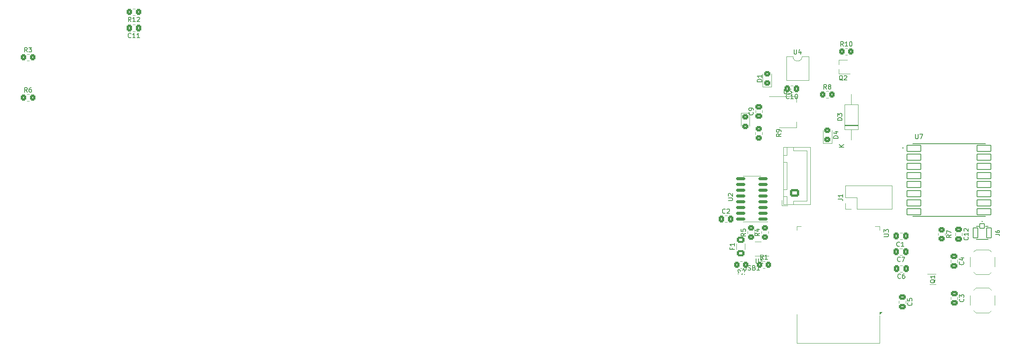
<source format=gbr>
%TF.GenerationSoftware,KiCad,Pcbnew,8.0.2*%
%TF.CreationDate,2024-05-29T12:03:12+02:00*%
%TF.ProjectId,IOT_ESP32,494f545f-4553-4503-9332-2e6b69636164,rev?*%
%TF.SameCoordinates,Original*%
%TF.FileFunction,Legend,Top*%
%TF.FilePolarity,Positive*%
%FSLAX46Y46*%
G04 Gerber Fmt 4.6, Leading zero omitted, Abs format (unit mm)*
G04 Created by KiCad (PCBNEW 8.0.2) date 2024-05-29 12:03:12*
%MOMM*%
%LPD*%
G01*
G04 APERTURE LIST*
G04 Aperture macros list*
%AMRoundRect*
0 Rectangle with rounded corners*
0 $1 Rounding radius*
0 $2 $3 $4 $5 $6 $7 $8 $9 X,Y pos of 4 corners*
0 Add a 4 corners polygon primitive as box body*
4,1,4,$2,$3,$4,$5,$6,$7,$8,$9,$2,$3,0*
0 Add four circle primitives for the rounded corners*
1,1,$1+$1,$2,$3*
1,1,$1+$1,$4,$5*
1,1,$1+$1,$6,$7*
1,1,$1+$1,$8,$9*
0 Add four rect primitives between the rounded corners*
20,1,$1+$1,$2,$3,$4,$5,0*
20,1,$1+$1,$4,$5,$6,$7,0*
20,1,$1+$1,$6,$7,$8,$9,0*
20,1,$1+$1,$8,$9,$2,$3,0*%
G04 Aperture macros list end*
%ADD10C,0.150000*%
%ADD11C,0.120000*%
%ADD12C,0.127000*%
%ADD13C,0.200000*%
%ADD14RoundRect,0.250000X0.337500X0.475000X-0.337500X0.475000X-0.337500X-0.475000X0.337500X-0.475000X0*%
%ADD15R,1.700000X1.000000*%
%ADD16R,1.700000X0.600000*%
%ADD17RoundRect,0.250000X-0.475000X0.337500X-0.475000X-0.337500X0.475000X-0.337500X0.475000X0.337500X0*%
%ADD18R,2.000000X1.780000*%
%ADD19RoundRect,0.250000X-0.350000X-0.450000X0.350000X-0.450000X0.350000X0.450000X-0.350000X0.450000X0*%
%ADD20R,1.500000X0.900000*%
%ADD21R,0.900000X1.500000*%
%ADD22C,0.600000*%
%ADD23R,4.200000X4.200000*%
%ADD24RoundRect,0.250000X0.450000X-0.325000X0.450000X0.325000X-0.450000X0.325000X-0.450000X-0.325000X0*%
%ADD25RoundRect,0.250000X-0.450000X0.325000X-0.450000X-0.325000X0.450000X-0.325000X0.450000X0.325000X0*%
%ADD26C,0.650000*%
%ADD27R,0.600000X2.450000*%
%ADD28R,0.300000X2.450000*%
%ADD29RoundRect,0.250000X0.450000X-0.350000X0.450000X0.350000X-0.450000X0.350000X-0.450000X-0.350000X0*%
%ADD30RoundRect,0.250000X0.475000X-0.337500X0.475000X0.337500X-0.475000X0.337500X-0.475000X-0.337500X0*%
%ADD31RoundRect,0.250000X-0.450000X0.350000X-0.450000X-0.350000X0.450000X-0.350000X0.450000X0.350000X0*%
%ADD32RoundRect,0.150000X0.825000X0.150000X-0.825000X0.150000X-0.825000X-0.150000X0.825000X-0.150000X0*%
%ADD33RoundRect,0.250000X0.350000X0.450000X-0.350000X0.450000X-0.350000X-0.450000X0.350000X-0.450000X0*%
%ADD34R,1.500000X0.400000*%
%ADD35RoundRect,0.250001X0.624999X-0.462499X0.624999X0.462499X-0.624999X0.462499X-0.624999X-0.462499X0*%
%ADD36R,2.200000X2.200000*%
%ADD37O,2.200000X2.200000*%
%ADD38RoundRect,0.250000X0.725000X-0.600000X0.725000X0.600000X-0.725000X0.600000X-0.725000X-0.600000X0*%
%ADD39O,1.950000X1.700000*%
%ADD40R,2.000000X1.500000*%
%ADD41R,2.000000X3.800000*%
%ADD42R,2.000000X0.650000*%
%ADD43RoundRect,0.102000X-1.500000X-0.700000X1.500000X-0.700000X1.500000X0.700000X-1.500000X0.700000X0*%
%ADD44RoundRect,0.102000X-0.500000X0.525000X-0.500000X-0.525000X0.500000X-0.525000X0.500000X0.525000X0*%
%ADD45RoundRect,0.102000X0.525000X1.100000X-0.525000X1.100000X-0.525000X-1.100000X0.525000X-1.100000X0*%
%ADD46R,1.800000X1.100000*%
%ADD47R,1.700000X1.700000*%
%ADD48O,1.700000X1.700000*%
%ADD49RoundRect,0.250000X-0.337500X-0.475000X0.337500X-0.475000X0.337500X0.475000X-0.337500X0.475000X0*%
%ADD50R,2.600000X2.600000*%
%ADD51C,2.600000*%
%ADD52R,1.980000X1.980000*%
%ADD53C,1.980000*%
%ADD54C,1.935000*%
G04 APERTURE END LIST*
D10*
X-27152857Y-58239580D02*
X-27200476Y-58287200D01*
X-27200476Y-58287200D02*
X-27343333Y-58334819D01*
X-27343333Y-58334819D02*
X-27438571Y-58334819D01*
X-27438571Y-58334819D02*
X-27581428Y-58287200D01*
X-27581428Y-58287200D02*
X-27676666Y-58191961D01*
X-27676666Y-58191961D02*
X-27724285Y-58096723D01*
X-27724285Y-58096723D02*
X-27771904Y-57906247D01*
X-27771904Y-57906247D02*
X-27771904Y-57763390D01*
X-27771904Y-57763390D02*
X-27724285Y-57572914D01*
X-27724285Y-57572914D02*
X-27676666Y-57477676D01*
X-27676666Y-57477676D02*
X-27581428Y-57382438D01*
X-27581428Y-57382438D02*
X-27438571Y-57334819D01*
X-27438571Y-57334819D02*
X-27343333Y-57334819D01*
X-27343333Y-57334819D02*
X-27200476Y-57382438D01*
X-27200476Y-57382438D02*
X-27152857Y-57430057D01*
X-26200476Y-58334819D02*
X-26771904Y-58334819D01*
X-26486190Y-58334819D02*
X-26486190Y-57334819D01*
X-26486190Y-57334819D02*
X-26581428Y-57477676D01*
X-26581428Y-57477676D02*
X-26676666Y-57572914D01*
X-26676666Y-57572914D02*
X-26771904Y-57620533D01*
X-25248095Y-58334819D02*
X-25819523Y-58334819D01*
X-25533809Y-58334819D02*
X-25533809Y-57334819D01*
X-25533809Y-57334819D02*
X-25629047Y-57477676D01*
X-25629047Y-57477676D02*
X-25724285Y-57572914D01*
X-25724285Y-57572914D02*
X-25819523Y-57620533D01*
X142103333Y-111269580D02*
X142055714Y-111317200D01*
X142055714Y-111317200D02*
X141912857Y-111364819D01*
X141912857Y-111364819D02*
X141817619Y-111364819D01*
X141817619Y-111364819D02*
X141674762Y-111317200D01*
X141674762Y-111317200D02*
X141579524Y-111221961D01*
X141579524Y-111221961D02*
X141531905Y-111126723D01*
X141531905Y-111126723D02*
X141484286Y-110936247D01*
X141484286Y-110936247D02*
X141484286Y-110793390D01*
X141484286Y-110793390D02*
X141531905Y-110602914D01*
X141531905Y-110602914D02*
X141579524Y-110507676D01*
X141579524Y-110507676D02*
X141674762Y-110412438D01*
X141674762Y-110412438D02*
X141817619Y-110364819D01*
X141817619Y-110364819D02*
X141912857Y-110364819D01*
X141912857Y-110364819D02*
X142055714Y-110412438D01*
X142055714Y-110412438D02*
X142103333Y-110460057D01*
X142960476Y-110364819D02*
X142770000Y-110364819D01*
X142770000Y-110364819D02*
X142674762Y-110412438D01*
X142674762Y-110412438D02*
X142627143Y-110460057D01*
X142627143Y-110460057D02*
X142531905Y-110602914D01*
X142531905Y-110602914D02*
X142484286Y-110793390D01*
X142484286Y-110793390D02*
X142484286Y-111174342D01*
X142484286Y-111174342D02*
X142531905Y-111269580D01*
X142531905Y-111269580D02*
X142579524Y-111317200D01*
X142579524Y-111317200D02*
X142674762Y-111364819D01*
X142674762Y-111364819D02*
X142865238Y-111364819D01*
X142865238Y-111364819D02*
X142960476Y-111317200D01*
X142960476Y-111317200D02*
X143008095Y-111269580D01*
X143008095Y-111269580D02*
X143055714Y-111174342D01*
X143055714Y-111174342D02*
X143055714Y-110936247D01*
X143055714Y-110936247D02*
X143008095Y-110841009D01*
X143008095Y-110841009D02*
X142960476Y-110793390D01*
X142960476Y-110793390D02*
X142865238Y-110745771D01*
X142865238Y-110745771D02*
X142674762Y-110745771D01*
X142674762Y-110745771D02*
X142579524Y-110793390D01*
X142579524Y-110793390D02*
X142531905Y-110841009D01*
X142531905Y-110841009D02*
X142484286Y-110936247D01*
X142043333Y-107539580D02*
X141995714Y-107587200D01*
X141995714Y-107587200D02*
X141852857Y-107634819D01*
X141852857Y-107634819D02*
X141757619Y-107634819D01*
X141757619Y-107634819D02*
X141614762Y-107587200D01*
X141614762Y-107587200D02*
X141519524Y-107491961D01*
X141519524Y-107491961D02*
X141471905Y-107396723D01*
X141471905Y-107396723D02*
X141424286Y-107206247D01*
X141424286Y-107206247D02*
X141424286Y-107063390D01*
X141424286Y-107063390D02*
X141471905Y-106872914D01*
X141471905Y-106872914D02*
X141519524Y-106777676D01*
X141519524Y-106777676D02*
X141614762Y-106682438D01*
X141614762Y-106682438D02*
X141757619Y-106634819D01*
X141757619Y-106634819D02*
X141852857Y-106634819D01*
X141852857Y-106634819D02*
X141995714Y-106682438D01*
X141995714Y-106682438D02*
X142043333Y-106730057D01*
X142376667Y-106634819D02*
X143043333Y-106634819D01*
X143043333Y-106634819D02*
X142614762Y-107634819D01*
X110298095Y-107034819D02*
X110298095Y-107844342D01*
X110298095Y-107844342D02*
X110345714Y-107939580D01*
X110345714Y-107939580D02*
X110393333Y-107987200D01*
X110393333Y-107987200D02*
X110488571Y-108034819D01*
X110488571Y-108034819D02*
X110679047Y-108034819D01*
X110679047Y-108034819D02*
X110774285Y-107987200D01*
X110774285Y-107987200D02*
X110821904Y-107939580D01*
X110821904Y-107939580D02*
X110869523Y-107844342D01*
X110869523Y-107844342D02*
X110869523Y-107034819D01*
X111869523Y-108034819D02*
X111298095Y-108034819D01*
X111583809Y-108034819D02*
X111583809Y-107034819D01*
X111583809Y-107034819D02*
X111488571Y-107177676D01*
X111488571Y-107177676D02*
X111393333Y-107272914D01*
X111393333Y-107272914D02*
X111298095Y-107320533D01*
X144549580Y-116706666D02*
X144597200Y-116754285D01*
X144597200Y-116754285D02*
X144644819Y-116897142D01*
X144644819Y-116897142D02*
X144644819Y-116992380D01*
X144644819Y-116992380D02*
X144597200Y-117135237D01*
X144597200Y-117135237D02*
X144501961Y-117230475D01*
X144501961Y-117230475D02*
X144406723Y-117278094D01*
X144406723Y-117278094D02*
X144216247Y-117325713D01*
X144216247Y-117325713D02*
X144073390Y-117325713D01*
X144073390Y-117325713D02*
X143882914Y-117278094D01*
X143882914Y-117278094D02*
X143787676Y-117230475D01*
X143787676Y-117230475D02*
X143692438Y-117135237D01*
X143692438Y-117135237D02*
X143644819Y-116992380D01*
X143644819Y-116992380D02*
X143644819Y-116897142D01*
X143644819Y-116897142D02*
X143692438Y-116754285D01*
X143692438Y-116754285D02*
X143740057Y-116706666D01*
X143644819Y-115801904D02*
X143644819Y-116278094D01*
X143644819Y-116278094D02*
X144121009Y-116325713D01*
X144121009Y-116325713D02*
X144073390Y-116278094D01*
X144073390Y-116278094D02*
X144025771Y-116182856D01*
X144025771Y-116182856D02*
X144025771Y-115944761D01*
X144025771Y-115944761D02*
X144073390Y-115849523D01*
X144073390Y-115849523D02*
X144121009Y-115801904D01*
X144121009Y-115801904D02*
X144216247Y-115754285D01*
X144216247Y-115754285D02*
X144454342Y-115754285D01*
X144454342Y-115754285D02*
X144549580Y-115801904D01*
X144549580Y-115801904D02*
X144597200Y-115849523D01*
X144597200Y-115849523D02*
X144644819Y-115944761D01*
X144644819Y-115944761D02*
X144644819Y-116182856D01*
X144644819Y-116182856D02*
X144597200Y-116278094D01*
X144597200Y-116278094D02*
X144549580Y-116325713D01*
X118688095Y-60934819D02*
X118688095Y-61744342D01*
X118688095Y-61744342D02*
X118735714Y-61839580D01*
X118735714Y-61839580D02*
X118783333Y-61887200D01*
X118783333Y-61887200D02*
X118878571Y-61934819D01*
X118878571Y-61934819D02*
X119069047Y-61934819D01*
X119069047Y-61934819D02*
X119164285Y-61887200D01*
X119164285Y-61887200D02*
X119211904Y-61839580D01*
X119211904Y-61839580D02*
X119259523Y-61744342D01*
X119259523Y-61744342D02*
X119259523Y-60934819D01*
X120164285Y-61268152D02*
X120164285Y-61934819D01*
X119926190Y-60887200D02*
X119688095Y-61601485D01*
X119688095Y-61601485D02*
X120307142Y-61601485D01*
X-49946666Y-61474819D02*
X-50279999Y-60998628D01*
X-50518094Y-61474819D02*
X-50518094Y-60474819D01*
X-50518094Y-60474819D02*
X-50137142Y-60474819D01*
X-50137142Y-60474819D02*
X-50041904Y-60522438D01*
X-50041904Y-60522438D02*
X-49994285Y-60570057D01*
X-49994285Y-60570057D02*
X-49946666Y-60665295D01*
X-49946666Y-60665295D02*
X-49946666Y-60808152D01*
X-49946666Y-60808152D02*
X-49994285Y-60903390D01*
X-49994285Y-60903390D02*
X-50041904Y-60951009D01*
X-50041904Y-60951009D02*
X-50137142Y-60998628D01*
X-50137142Y-60998628D02*
X-50518094Y-60998628D01*
X-49613332Y-60474819D02*
X-48994285Y-60474819D01*
X-48994285Y-60474819D02*
X-49327618Y-60855771D01*
X-49327618Y-60855771D02*
X-49184761Y-60855771D01*
X-49184761Y-60855771D02*
X-49089523Y-60903390D01*
X-49089523Y-60903390D02*
X-49041904Y-60951009D01*
X-49041904Y-60951009D02*
X-48994285Y-61046247D01*
X-48994285Y-61046247D02*
X-48994285Y-61284342D01*
X-48994285Y-61284342D02*
X-49041904Y-61379580D01*
X-49041904Y-61379580D02*
X-49089523Y-61427200D01*
X-49089523Y-61427200D02*
X-49184761Y-61474819D01*
X-49184761Y-61474819D02*
X-49470475Y-61474819D01*
X-49470475Y-61474819D02*
X-49565713Y-61427200D01*
X-49565713Y-61427200D02*
X-49613332Y-61379580D01*
X129537142Y-60194819D02*
X129203809Y-59718628D01*
X128965714Y-60194819D02*
X128965714Y-59194819D01*
X128965714Y-59194819D02*
X129346666Y-59194819D01*
X129346666Y-59194819D02*
X129441904Y-59242438D01*
X129441904Y-59242438D02*
X129489523Y-59290057D01*
X129489523Y-59290057D02*
X129537142Y-59385295D01*
X129537142Y-59385295D02*
X129537142Y-59528152D01*
X129537142Y-59528152D02*
X129489523Y-59623390D01*
X129489523Y-59623390D02*
X129441904Y-59671009D01*
X129441904Y-59671009D02*
X129346666Y-59718628D01*
X129346666Y-59718628D02*
X128965714Y-59718628D01*
X130489523Y-60194819D02*
X129918095Y-60194819D01*
X130203809Y-60194819D02*
X130203809Y-59194819D01*
X130203809Y-59194819D02*
X130108571Y-59337676D01*
X130108571Y-59337676D02*
X130013333Y-59432914D01*
X130013333Y-59432914D02*
X129918095Y-59480533D01*
X131108571Y-59194819D02*
X131203809Y-59194819D01*
X131203809Y-59194819D02*
X131299047Y-59242438D01*
X131299047Y-59242438D02*
X131346666Y-59290057D01*
X131346666Y-59290057D02*
X131394285Y-59385295D01*
X131394285Y-59385295D02*
X131441904Y-59575771D01*
X131441904Y-59575771D02*
X131441904Y-59813866D01*
X131441904Y-59813866D02*
X131394285Y-60004342D01*
X131394285Y-60004342D02*
X131346666Y-60099580D01*
X131346666Y-60099580D02*
X131299047Y-60147200D01*
X131299047Y-60147200D02*
X131203809Y-60194819D01*
X131203809Y-60194819D02*
X131108571Y-60194819D01*
X131108571Y-60194819D02*
X131013333Y-60147200D01*
X131013333Y-60147200D02*
X130965714Y-60099580D01*
X130965714Y-60099580D02*
X130918095Y-60004342D01*
X130918095Y-60004342D02*
X130870476Y-59813866D01*
X130870476Y-59813866D02*
X130870476Y-59575771D01*
X130870476Y-59575771D02*
X130918095Y-59385295D01*
X130918095Y-59385295D02*
X130965714Y-59290057D01*
X130965714Y-59290057D02*
X131013333Y-59242438D01*
X131013333Y-59242438D02*
X131108571Y-59194819D01*
X138459819Y-102136904D02*
X139269342Y-102136904D01*
X139269342Y-102136904D02*
X139364580Y-102089285D01*
X139364580Y-102089285D02*
X139412200Y-102041666D01*
X139412200Y-102041666D02*
X139459819Y-101946428D01*
X139459819Y-101946428D02*
X139459819Y-101755952D01*
X139459819Y-101755952D02*
X139412200Y-101660714D01*
X139412200Y-101660714D02*
X139364580Y-101613095D01*
X139364580Y-101613095D02*
X139269342Y-101565476D01*
X139269342Y-101565476D02*
X138459819Y-101565476D01*
X138459819Y-101184523D02*
X138459819Y-100565476D01*
X138459819Y-100565476D02*
X138840771Y-100898809D01*
X138840771Y-100898809D02*
X138840771Y-100755952D01*
X138840771Y-100755952D02*
X138888390Y-100660714D01*
X138888390Y-100660714D02*
X138936009Y-100613095D01*
X138936009Y-100613095D02*
X139031247Y-100565476D01*
X139031247Y-100565476D02*
X139269342Y-100565476D01*
X139269342Y-100565476D02*
X139364580Y-100613095D01*
X139364580Y-100613095D02*
X139412200Y-100660714D01*
X139412200Y-100660714D02*
X139459819Y-100755952D01*
X139459819Y-100755952D02*
X139459819Y-101041666D01*
X139459819Y-101041666D02*
X139412200Y-101136904D01*
X139412200Y-101136904D02*
X139364580Y-101184523D01*
X128364819Y-80475594D02*
X127364819Y-80475594D01*
X127364819Y-80475594D02*
X127364819Y-80237499D01*
X127364819Y-80237499D02*
X127412438Y-80094642D01*
X127412438Y-80094642D02*
X127507676Y-79999404D01*
X127507676Y-79999404D02*
X127602914Y-79951785D01*
X127602914Y-79951785D02*
X127793390Y-79904166D01*
X127793390Y-79904166D02*
X127936247Y-79904166D01*
X127936247Y-79904166D02*
X128126723Y-79951785D01*
X128126723Y-79951785D02*
X128221961Y-79999404D01*
X128221961Y-79999404D02*
X128317200Y-80094642D01*
X128317200Y-80094642D02*
X128364819Y-80237499D01*
X128364819Y-80237499D02*
X128364819Y-80475594D01*
X127698152Y-79047023D02*
X128364819Y-79047023D01*
X127317200Y-79285118D02*
X128031485Y-79523213D01*
X128031485Y-79523213D02*
X128031485Y-78904166D01*
X107581905Y-108529819D02*
X107581905Y-109339342D01*
X107581905Y-109339342D02*
X107629524Y-109434580D01*
X107629524Y-109434580D02*
X107677143Y-109482200D01*
X107677143Y-109482200D02*
X107772381Y-109529819D01*
X107772381Y-109529819D02*
X107962857Y-109529819D01*
X107962857Y-109529819D02*
X108058095Y-109482200D01*
X108058095Y-109482200D02*
X108105714Y-109434580D01*
X108105714Y-109434580D02*
X108153333Y-109339342D01*
X108153333Y-109339342D02*
X108153333Y-108529819D01*
X108581905Y-109482200D02*
X108724762Y-109529819D01*
X108724762Y-109529819D02*
X108962857Y-109529819D01*
X108962857Y-109529819D02*
X109058095Y-109482200D01*
X109058095Y-109482200D02*
X109105714Y-109434580D01*
X109105714Y-109434580D02*
X109153333Y-109339342D01*
X109153333Y-109339342D02*
X109153333Y-109244104D01*
X109153333Y-109244104D02*
X109105714Y-109148866D01*
X109105714Y-109148866D02*
X109058095Y-109101247D01*
X109058095Y-109101247D02*
X108962857Y-109053628D01*
X108962857Y-109053628D02*
X108772381Y-109006009D01*
X108772381Y-109006009D02*
X108677143Y-108958390D01*
X108677143Y-108958390D02*
X108629524Y-108910771D01*
X108629524Y-108910771D02*
X108581905Y-108815533D01*
X108581905Y-108815533D02*
X108581905Y-108720295D01*
X108581905Y-108720295D02*
X108629524Y-108625057D01*
X108629524Y-108625057D02*
X108677143Y-108577438D01*
X108677143Y-108577438D02*
X108772381Y-108529819D01*
X108772381Y-108529819D02*
X109010476Y-108529819D01*
X109010476Y-108529819D02*
X109153333Y-108577438D01*
X109915238Y-109006009D02*
X110058095Y-109053628D01*
X110058095Y-109053628D02*
X110105714Y-109101247D01*
X110105714Y-109101247D02*
X110153333Y-109196485D01*
X110153333Y-109196485D02*
X110153333Y-109339342D01*
X110153333Y-109339342D02*
X110105714Y-109434580D01*
X110105714Y-109434580D02*
X110058095Y-109482200D01*
X110058095Y-109482200D02*
X109962857Y-109529819D01*
X109962857Y-109529819D02*
X109581905Y-109529819D01*
X109581905Y-109529819D02*
X109581905Y-108529819D01*
X109581905Y-108529819D02*
X109915238Y-108529819D01*
X109915238Y-108529819D02*
X110010476Y-108577438D01*
X110010476Y-108577438D02*
X110058095Y-108625057D01*
X110058095Y-108625057D02*
X110105714Y-108720295D01*
X110105714Y-108720295D02*
X110105714Y-108815533D01*
X110105714Y-108815533D02*
X110058095Y-108910771D01*
X110058095Y-108910771D02*
X110010476Y-108958390D01*
X110010476Y-108958390D02*
X109915238Y-109006009D01*
X109915238Y-109006009D02*
X109581905Y-109006009D01*
X111105714Y-109529819D02*
X110534286Y-109529819D01*
X110820000Y-109529819D02*
X110820000Y-108529819D01*
X110820000Y-108529819D02*
X110724762Y-108672676D01*
X110724762Y-108672676D02*
X110629524Y-108767914D01*
X110629524Y-108767914D02*
X110534286Y-108815533D01*
X111074819Y-101386666D02*
X110598628Y-101719999D01*
X111074819Y-101958094D02*
X110074819Y-101958094D01*
X110074819Y-101958094D02*
X110074819Y-101577142D01*
X110074819Y-101577142D02*
X110122438Y-101481904D01*
X110122438Y-101481904D02*
X110170057Y-101434285D01*
X110170057Y-101434285D02*
X110265295Y-101386666D01*
X110265295Y-101386666D02*
X110408152Y-101386666D01*
X110408152Y-101386666D02*
X110503390Y-101434285D01*
X110503390Y-101434285D02*
X110551009Y-101481904D01*
X110551009Y-101481904D02*
X110598628Y-101577142D01*
X110598628Y-101577142D02*
X110598628Y-101958094D01*
X110408152Y-100529523D02*
X111074819Y-100529523D01*
X110027200Y-100767618D02*
X110741485Y-101005713D01*
X110741485Y-101005713D02*
X110741485Y-100386666D01*
X155949580Y-115896666D02*
X155997200Y-115944285D01*
X155997200Y-115944285D02*
X156044819Y-116087142D01*
X156044819Y-116087142D02*
X156044819Y-116182380D01*
X156044819Y-116182380D02*
X155997200Y-116325237D01*
X155997200Y-116325237D02*
X155901961Y-116420475D01*
X155901961Y-116420475D02*
X155806723Y-116468094D01*
X155806723Y-116468094D02*
X155616247Y-116515713D01*
X155616247Y-116515713D02*
X155473390Y-116515713D01*
X155473390Y-116515713D02*
X155282914Y-116468094D01*
X155282914Y-116468094D02*
X155187676Y-116420475D01*
X155187676Y-116420475D02*
X155092438Y-116325237D01*
X155092438Y-116325237D02*
X155044819Y-116182380D01*
X155044819Y-116182380D02*
X155044819Y-116087142D01*
X155044819Y-116087142D02*
X155092438Y-115944285D01*
X155092438Y-115944285D02*
X155140057Y-115896666D01*
X155044819Y-115563332D02*
X155044819Y-114944285D01*
X155044819Y-114944285D02*
X155425771Y-115277618D01*
X155425771Y-115277618D02*
X155425771Y-115134761D01*
X155425771Y-115134761D02*
X155473390Y-115039523D01*
X155473390Y-115039523D02*
X155521009Y-114991904D01*
X155521009Y-114991904D02*
X155616247Y-114944285D01*
X155616247Y-114944285D02*
X155854342Y-114944285D01*
X155854342Y-114944285D02*
X155949580Y-114991904D01*
X155949580Y-114991904D02*
X155997200Y-115039523D01*
X155997200Y-115039523D02*
X156044819Y-115134761D01*
X156044819Y-115134761D02*
X156044819Y-115420475D01*
X156044819Y-115420475D02*
X155997200Y-115515713D01*
X155997200Y-115515713D02*
X155949580Y-115563332D01*
X111574819Y-68048094D02*
X110574819Y-68048094D01*
X110574819Y-68048094D02*
X110574819Y-67809999D01*
X110574819Y-67809999D02*
X110622438Y-67667142D01*
X110622438Y-67667142D02*
X110717676Y-67571904D01*
X110717676Y-67571904D02*
X110812914Y-67524285D01*
X110812914Y-67524285D02*
X111003390Y-67476666D01*
X111003390Y-67476666D02*
X111146247Y-67476666D01*
X111146247Y-67476666D02*
X111336723Y-67524285D01*
X111336723Y-67524285D02*
X111431961Y-67571904D01*
X111431961Y-67571904D02*
X111527200Y-67667142D01*
X111527200Y-67667142D02*
X111574819Y-67809999D01*
X111574819Y-67809999D02*
X111574819Y-68048094D01*
X111574819Y-66524285D02*
X111574819Y-67095713D01*
X111574819Y-66809999D02*
X110574819Y-66809999D01*
X110574819Y-66809999D02*
X110717676Y-66905237D01*
X110717676Y-66905237D02*
X110812914Y-67000475D01*
X110812914Y-67000475D02*
X110860533Y-67095713D01*
X109639580Y-74746666D02*
X109687200Y-74794285D01*
X109687200Y-74794285D02*
X109734819Y-74937142D01*
X109734819Y-74937142D02*
X109734819Y-75032380D01*
X109734819Y-75032380D02*
X109687200Y-75175237D01*
X109687200Y-75175237D02*
X109591961Y-75270475D01*
X109591961Y-75270475D02*
X109496723Y-75318094D01*
X109496723Y-75318094D02*
X109306247Y-75365713D01*
X109306247Y-75365713D02*
X109163390Y-75365713D01*
X109163390Y-75365713D02*
X108972914Y-75318094D01*
X108972914Y-75318094D02*
X108877676Y-75270475D01*
X108877676Y-75270475D02*
X108782438Y-75175237D01*
X108782438Y-75175237D02*
X108734819Y-75032380D01*
X108734819Y-75032380D02*
X108734819Y-74937142D01*
X108734819Y-74937142D02*
X108782438Y-74794285D01*
X108782438Y-74794285D02*
X108830057Y-74746666D01*
X109734819Y-74270475D02*
X109734819Y-74079999D01*
X109734819Y-74079999D02*
X109687200Y-73984761D01*
X109687200Y-73984761D02*
X109639580Y-73937142D01*
X109639580Y-73937142D02*
X109496723Y-73841904D01*
X109496723Y-73841904D02*
X109306247Y-73794285D01*
X109306247Y-73794285D02*
X108925295Y-73794285D01*
X108925295Y-73794285D02*
X108830057Y-73841904D01*
X108830057Y-73841904D02*
X108782438Y-73889523D01*
X108782438Y-73889523D02*
X108734819Y-73984761D01*
X108734819Y-73984761D02*
X108734819Y-74175237D01*
X108734819Y-74175237D02*
X108782438Y-74270475D01*
X108782438Y-74270475D02*
X108830057Y-74318094D01*
X108830057Y-74318094D02*
X108925295Y-74365713D01*
X108925295Y-74365713D02*
X109163390Y-74365713D01*
X109163390Y-74365713D02*
X109258628Y-74318094D01*
X109258628Y-74318094D02*
X109306247Y-74270475D01*
X109306247Y-74270475D02*
X109353866Y-74175237D01*
X109353866Y-74175237D02*
X109353866Y-73984761D01*
X109353866Y-73984761D02*
X109306247Y-73889523D01*
X109306247Y-73889523D02*
X109258628Y-73841904D01*
X109258628Y-73841904D02*
X109163390Y-73794285D01*
X153234819Y-101786666D02*
X152758628Y-102119999D01*
X153234819Y-102358094D02*
X152234819Y-102358094D01*
X152234819Y-102358094D02*
X152234819Y-101977142D01*
X152234819Y-101977142D02*
X152282438Y-101881904D01*
X152282438Y-101881904D02*
X152330057Y-101834285D01*
X152330057Y-101834285D02*
X152425295Y-101786666D01*
X152425295Y-101786666D02*
X152568152Y-101786666D01*
X152568152Y-101786666D02*
X152663390Y-101834285D01*
X152663390Y-101834285D02*
X152711009Y-101881904D01*
X152711009Y-101881904D02*
X152758628Y-101977142D01*
X152758628Y-101977142D02*
X152758628Y-102358094D01*
X152234819Y-101453332D02*
X152234819Y-100786666D01*
X152234819Y-100786666D02*
X153234819Y-101215237D01*
X141890833Y-104219580D02*
X141843214Y-104267200D01*
X141843214Y-104267200D02*
X141700357Y-104314819D01*
X141700357Y-104314819D02*
X141605119Y-104314819D01*
X141605119Y-104314819D02*
X141462262Y-104267200D01*
X141462262Y-104267200D02*
X141367024Y-104171961D01*
X141367024Y-104171961D02*
X141319405Y-104076723D01*
X141319405Y-104076723D02*
X141271786Y-103886247D01*
X141271786Y-103886247D02*
X141271786Y-103743390D01*
X141271786Y-103743390D02*
X141319405Y-103552914D01*
X141319405Y-103552914D02*
X141367024Y-103457676D01*
X141367024Y-103457676D02*
X141462262Y-103362438D01*
X141462262Y-103362438D02*
X141605119Y-103314819D01*
X141605119Y-103314819D02*
X141700357Y-103314819D01*
X141700357Y-103314819D02*
X141843214Y-103362438D01*
X141843214Y-103362438D02*
X141890833Y-103410057D01*
X142843214Y-104314819D02*
X142271786Y-104314819D01*
X142557500Y-104314819D02*
X142557500Y-103314819D01*
X142557500Y-103314819D02*
X142462262Y-103457676D01*
X142462262Y-103457676D02*
X142367024Y-103552914D01*
X142367024Y-103552914D02*
X142271786Y-103600533D01*
X104194819Y-94211904D02*
X105004342Y-94211904D01*
X105004342Y-94211904D02*
X105099580Y-94164285D01*
X105099580Y-94164285D02*
X105147200Y-94116666D01*
X105147200Y-94116666D02*
X105194819Y-94021428D01*
X105194819Y-94021428D02*
X105194819Y-93830952D01*
X105194819Y-93830952D02*
X105147200Y-93735714D01*
X105147200Y-93735714D02*
X105099580Y-93688095D01*
X105099580Y-93688095D02*
X105004342Y-93640476D01*
X105004342Y-93640476D02*
X104194819Y-93640476D01*
X104290057Y-93211904D02*
X104242438Y-93164285D01*
X104242438Y-93164285D02*
X104194819Y-93069047D01*
X104194819Y-93069047D02*
X104194819Y-92830952D01*
X104194819Y-92830952D02*
X104242438Y-92735714D01*
X104242438Y-92735714D02*
X104290057Y-92688095D01*
X104290057Y-92688095D02*
X104385295Y-92640476D01*
X104385295Y-92640476D02*
X104480533Y-92640476D01*
X104480533Y-92640476D02*
X104623390Y-92688095D01*
X104623390Y-92688095D02*
X105194819Y-93259523D01*
X105194819Y-93259523D02*
X105194819Y-92640476D01*
X-27132857Y-54784819D02*
X-27466190Y-54308628D01*
X-27704285Y-54784819D02*
X-27704285Y-53784819D01*
X-27704285Y-53784819D02*
X-27323333Y-53784819D01*
X-27323333Y-53784819D02*
X-27228095Y-53832438D01*
X-27228095Y-53832438D02*
X-27180476Y-53880057D01*
X-27180476Y-53880057D02*
X-27132857Y-53975295D01*
X-27132857Y-53975295D02*
X-27132857Y-54118152D01*
X-27132857Y-54118152D02*
X-27180476Y-54213390D01*
X-27180476Y-54213390D02*
X-27228095Y-54261009D01*
X-27228095Y-54261009D02*
X-27323333Y-54308628D01*
X-27323333Y-54308628D02*
X-27704285Y-54308628D01*
X-26180476Y-54784819D02*
X-26751904Y-54784819D01*
X-26466190Y-54784819D02*
X-26466190Y-53784819D01*
X-26466190Y-53784819D02*
X-26561428Y-53927676D01*
X-26561428Y-53927676D02*
X-26656666Y-54022914D01*
X-26656666Y-54022914D02*
X-26751904Y-54070533D01*
X-25799523Y-53880057D02*
X-25751904Y-53832438D01*
X-25751904Y-53832438D02*
X-25656666Y-53784819D01*
X-25656666Y-53784819D02*
X-25418571Y-53784819D01*
X-25418571Y-53784819D02*
X-25323333Y-53832438D01*
X-25323333Y-53832438D02*
X-25275714Y-53880057D01*
X-25275714Y-53880057D02*
X-25228095Y-53975295D01*
X-25228095Y-53975295D02*
X-25228095Y-54070533D01*
X-25228095Y-54070533D02*
X-25275714Y-54213390D01*
X-25275714Y-54213390D02*
X-25847142Y-54784819D01*
X-25847142Y-54784819D02*
X-25228095Y-54784819D01*
X149740057Y-111615238D02*
X149692438Y-111710476D01*
X149692438Y-111710476D02*
X149597200Y-111805714D01*
X149597200Y-111805714D02*
X149454342Y-111948571D01*
X149454342Y-111948571D02*
X149406723Y-112043809D01*
X149406723Y-112043809D02*
X149406723Y-112139047D01*
X149644819Y-112091428D02*
X149597200Y-112186666D01*
X149597200Y-112186666D02*
X149501961Y-112281904D01*
X149501961Y-112281904D02*
X149311485Y-112329523D01*
X149311485Y-112329523D02*
X148978152Y-112329523D01*
X148978152Y-112329523D02*
X148787676Y-112281904D01*
X148787676Y-112281904D02*
X148692438Y-112186666D01*
X148692438Y-112186666D02*
X148644819Y-112091428D01*
X148644819Y-112091428D02*
X148644819Y-111900952D01*
X148644819Y-111900952D02*
X148692438Y-111805714D01*
X148692438Y-111805714D02*
X148787676Y-111710476D01*
X148787676Y-111710476D02*
X148978152Y-111662857D01*
X148978152Y-111662857D02*
X149311485Y-111662857D01*
X149311485Y-111662857D02*
X149501961Y-111710476D01*
X149501961Y-111710476D02*
X149597200Y-111805714D01*
X149597200Y-111805714D02*
X149644819Y-111900952D01*
X149644819Y-111900952D02*
X149644819Y-112091428D01*
X149644819Y-110710476D02*
X149644819Y-111281904D01*
X149644819Y-110996190D02*
X148644819Y-110996190D01*
X148644819Y-110996190D02*
X148787676Y-111091428D01*
X148787676Y-111091428D02*
X148882914Y-111186666D01*
X148882914Y-111186666D02*
X148930533Y-111281904D01*
X105051009Y-104663333D02*
X105051009Y-104996666D01*
X105574819Y-104996666D02*
X104574819Y-104996666D01*
X104574819Y-104996666D02*
X104574819Y-104520476D01*
X105574819Y-103615714D02*
X105574819Y-104187142D01*
X105574819Y-103901428D02*
X104574819Y-103901428D01*
X104574819Y-103901428D02*
X104717676Y-103996666D01*
X104717676Y-103996666D02*
X104812914Y-104091904D01*
X104812914Y-104091904D02*
X104860533Y-104187142D01*
X129244819Y-76538094D02*
X128244819Y-76538094D01*
X128244819Y-76538094D02*
X128244819Y-76299999D01*
X128244819Y-76299999D02*
X128292438Y-76157142D01*
X128292438Y-76157142D02*
X128387676Y-76061904D01*
X128387676Y-76061904D02*
X128482914Y-76014285D01*
X128482914Y-76014285D02*
X128673390Y-75966666D01*
X128673390Y-75966666D02*
X128816247Y-75966666D01*
X128816247Y-75966666D02*
X129006723Y-76014285D01*
X129006723Y-76014285D02*
X129101961Y-76061904D01*
X129101961Y-76061904D02*
X129197200Y-76157142D01*
X129197200Y-76157142D02*
X129244819Y-76299999D01*
X129244819Y-76299999D02*
X129244819Y-76538094D01*
X128244819Y-75633332D02*
X128244819Y-75014285D01*
X128244819Y-75014285D02*
X128625771Y-75347618D01*
X128625771Y-75347618D02*
X128625771Y-75204761D01*
X128625771Y-75204761D02*
X128673390Y-75109523D01*
X128673390Y-75109523D02*
X128721009Y-75061904D01*
X128721009Y-75061904D02*
X128816247Y-75014285D01*
X128816247Y-75014285D02*
X129054342Y-75014285D01*
X129054342Y-75014285D02*
X129149580Y-75061904D01*
X129149580Y-75061904D02*
X129197200Y-75109523D01*
X129197200Y-75109523D02*
X129244819Y-75204761D01*
X129244819Y-75204761D02*
X129244819Y-75490475D01*
X129244819Y-75490475D02*
X129197200Y-75585713D01*
X129197200Y-75585713D02*
X129149580Y-75633332D01*
X129614819Y-82411904D02*
X128614819Y-82411904D01*
X129614819Y-81840476D02*
X129043390Y-82269047D01*
X128614819Y-81840476D02*
X129186247Y-82411904D01*
X116518095Y-69674819D02*
X116518095Y-70484342D01*
X116518095Y-70484342D02*
X116565714Y-70579580D01*
X116565714Y-70579580D02*
X116613333Y-70627200D01*
X116613333Y-70627200D02*
X116708571Y-70674819D01*
X116708571Y-70674819D02*
X116899047Y-70674819D01*
X116899047Y-70674819D02*
X116994285Y-70627200D01*
X116994285Y-70627200D02*
X117041904Y-70579580D01*
X117041904Y-70579580D02*
X117089523Y-70484342D01*
X117089523Y-70484342D02*
X117089523Y-69674819D01*
X118041904Y-69674819D02*
X117565714Y-69674819D01*
X117565714Y-69674819D02*
X117518095Y-70151009D01*
X117518095Y-70151009D02*
X117565714Y-70103390D01*
X117565714Y-70103390D02*
X117660952Y-70055771D01*
X117660952Y-70055771D02*
X117899047Y-70055771D01*
X117899047Y-70055771D02*
X117994285Y-70103390D01*
X117994285Y-70103390D02*
X118041904Y-70151009D01*
X118041904Y-70151009D02*
X118089523Y-70246247D01*
X118089523Y-70246247D02*
X118089523Y-70484342D01*
X118089523Y-70484342D02*
X118041904Y-70579580D01*
X118041904Y-70579580D02*
X117994285Y-70627200D01*
X117994285Y-70627200D02*
X117899047Y-70674819D01*
X117899047Y-70674819D02*
X117660952Y-70674819D01*
X117660952Y-70674819D02*
X117565714Y-70627200D01*
X117565714Y-70627200D02*
X117518095Y-70579580D01*
X156919580Y-102262857D02*
X156967200Y-102310476D01*
X156967200Y-102310476D02*
X157014819Y-102453333D01*
X157014819Y-102453333D02*
X157014819Y-102548571D01*
X157014819Y-102548571D02*
X156967200Y-102691428D01*
X156967200Y-102691428D02*
X156871961Y-102786666D01*
X156871961Y-102786666D02*
X156776723Y-102834285D01*
X156776723Y-102834285D02*
X156586247Y-102881904D01*
X156586247Y-102881904D02*
X156443390Y-102881904D01*
X156443390Y-102881904D02*
X156252914Y-102834285D01*
X156252914Y-102834285D02*
X156157676Y-102786666D01*
X156157676Y-102786666D02*
X156062438Y-102691428D01*
X156062438Y-102691428D02*
X156014819Y-102548571D01*
X156014819Y-102548571D02*
X156014819Y-102453333D01*
X156014819Y-102453333D02*
X156062438Y-102310476D01*
X156062438Y-102310476D02*
X156110057Y-102262857D01*
X157014819Y-101310476D02*
X157014819Y-101881904D01*
X157014819Y-101596190D02*
X156014819Y-101596190D01*
X156014819Y-101596190D02*
X156157676Y-101691428D01*
X156157676Y-101691428D02*
X156252914Y-101786666D01*
X156252914Y-101786666D02*
X156300533Y-101881904D01*
X156110057Y-100929523D02*
X156062438Y-100881904D01*
X156062438Y-100881904D02*
X156014819Y-100786666D01*
X156014819Y-100786666D02*
X156014819Y-100548571D01*
X156014819Y-100548571D02*
X156062438Y-100453333D01*
X156062438Y-100453333D02*
X156110057Y-100405714D01*
X156110057Y-100405714D02*
X156205295Y-100358095D01*
X156205295Y-100358095D02*
X156300533Y-100358095D01*
X156300533Y-100358095D02*
X156443390Y-100405714D01*
X156443390Y-100405714D02*
X157014819Y-100977142D01*
X157014819Y-100977142D02*
X157014819Y-100358095D01*
X108044819Y-101406666D02*
X107568628Y-101739999D01*
X108044819Y-101978094D02*
X107044819Y-101978094D01*
X107044819Y-101978094D02*
X107044819Y-101597142D01*
X107044819Y-101597142D02*
X107092438Y-101501904D01*
X107092438Y-101501904D02*
X107140057Y-101454285D01*
X107140057Y-101454285D02*
X107235295Y-101406666D01*
X107235295Y-101406666D02*
X107378152Y-101406666D01*
X107378152Y-101406666D02*
X107473390Y-101454285D01*
X107473390Y-101454285D02*
X107521009Y-101501904D01*
X107521009Y-101501904D02*
X107568628Y-101597142D01*
X107568628Y-101597142D02*
X107568628Y-101978094D01*
X107044819Y-100501904D02*
X107044819Y-100978094D01*
X107044819Y-100978094D02*
X107521009Y-101025713D01*
X107521009Y-101025713D02*
X107473390Y-100978094D01*
X107473390Y-100978094D02*
X107425771Y-100882856D01*
X107425771Y-100882856D02*
X107425771Y-100644761D01*
X107425771Y-100644761D02*
X107473390Y-100549523D01*
X107473390Y-100549523D02*
X107521009Y-100501904D01*
X107521009Y-100501904D02*
X107616247Y-100454285D01*
X107616247Y-100454285D02*
X107854342Y-100454285D01*
X107854342Y-100454285D02*
X107949580Y-100501904D01*
X107949580Y-100501904D02*
X107997200Y-100549523D01*
X107997200Y-100549523D02*
X108044819Y-100644761D01*
X108044819Y-100644761D02*
X108044819Y-100882856D01*
X108044819Y-100882856D02*
X107997200Y-100978094D01*
X107997200Y-100978094D02*
X107949580Y-101025713D01*
X117569642Y-71649580D02*
X117522023Y-71697200D01*
X117522023Y-71697200D02*
X117379166Y-71744819D01*
X117379166Y-71744819D02*
X117283928Y-71744819D01*
X117283928Y-71744819D02*
X117141071Y-71697200D01*
X117141071Y-71697200D02*
X117045833Y-71601961D01*
X117045833Y-71601961D02*
X116998214Y-71506723D01*
X116998214Y-71506723D02*
X116950595Y-71316247D01*
X116950595Y-71316247D02*
X116950595Y-71173390D01*
X116950595Y-71173390D02*
X116998214Y-70982914D01*
X116998214Y-70982914D02*
X117045833Y-70887676D01*
X117045833Y-70887676D02*
X117141071Y-70792438D01*
X117141071Y-70792438D02*
X117283928Y-70744819D01*
X117283928Y-70744819D02*
X117379166Y-70744819D01*
X117379166Y-70744819D02*
X117522023Y-70792438D01*
X117522023Y-70792438D02*
X117569642Y-70840057D01*
X118522023Y-71744819D02*
X117950595Y-71744819D01*
X118236309Y-71744819D02*
X118236309Y-70744819D01*
X118236309Y-70744819D02*
X118141071Y-70887676D01*
X118141071Y-70887676D02*
X118045833Y-70982914D01*
X118045833Y-70982914D02*
X117950595Y-71030533D01*
X119141071Y-70744819D02*
X119236309Y-70744819D01*
X119236309Y-70744819D02*
X119331547Y-70792438D01*
X119331547Y-70792438D02*
X119379166Y-70840057D01*
X119379166Y-70840057D02*
X119426785Y-70935295D01*
X119426785Y-70935295D02*
X119474404Y-71125771D01*
X119474404Y-71125771D02*
X119474404Y-71363866D01*
X119474404Y-71363866D02*
X119426785Y-71554342D01*
X119426785Y-71554342D02*
X119379166Y-71649580D01*
X119379166Y-71649580D02*
X119331547Y-71697200D01*
X119331547Y-71697200D02*
X119236309Y-71744819D01*
X119236309Y-71744819D02*
X119141071Y-71744819D01*
X119141071Y-71744819D02*
X119045833Y-71697200D01*
X119045833Y-71697200D02*
X118998214Y-71649580D01*
X118998214Y-71649580D02*
X118950595Y-71554342D01*
X118950595Y-71554342D02*
X118902976Y-71363866D01*
X118902976Y-71363866D02*
X118902976Y-71125771D01*
X118902976Y-71125771D02*
X118950595Y-70935295D01*
X118950595Y-70935295D02*
X118998214Y-70840057D01*
X118998214Y-70840057D02*
X119045833Y-70792438D01*
X119045833Y-70792438D02*
X119141071Y-70744819D01*
X129374761Y-67750057D02*
X129279523Y-67702438D01*
X129279523Y-67702438D02*
X129184285Y-67607200D01*
X129184285Y-67607200D02*
X129041428Y-67464342D01*
X129041428Y-67464342D02*
X128946190Y-67416723D01*
X128946190Y-67416723D02*
X128850952Y-67416723D01*
X128898571Y-67654819D02*
X128803333Y-67607200D01*
X128803333Y-67607200D02*
X128708095Y-67511961D01*
X128708095Y-67511961D02*
X128660476Y-67321485D01*
X128660476Y-67321485D02*
X128660476Y-66988152D01*
X128660476Y-66988152D02*
X128708095Y-66797676D01*
X128708095Y-66797676D02*
X128803333Y-66702438D01*
X128803333Y-66702438D02*
X128898571Y-66654819D01*
X128898571Y-66654819D02*
X129089047Y-66654819D01*
X129089047Y-66654819D02*
X129184285Y-66702438D01*
X129184285Y-66702438D02*
X129279523Y-66797676D01*
X129279523Y-66797676D02*
X129327142Y-66988152D01*
X129327142Y-66988152D02*
X129327142Y-67321485D01*
X129327142Y-67321485D02*
X129279523Y-67511961D01*
X129279523Y-67511961D02*
X129184285Y-67607200D01*
X129184285Y-67607200D02*
X129089047Y-67654819D01*
X129089047Y-67654819D02*
X128898571Y-67654819D01*
X129708095Y-66750057D02*
X129755714Y-66702438D01*
X129755714Y-66702438D02*
X129850952Y-66654819D01*
X129850952Y-66654819D02*
X130089047Y-66654819D01*
X130089047Y-66654819D02*
X130184285Y-66702438D01*
X130184285Y-66702438D02*
X130231904Y-66750057D01*
X130231904Y-66750057D02*
X130279523Y-66845295D01*
X130279523Y-66845295D02*
X130279523Y-66940533D01*
X130279523Y-66940533D02*
X130231904Y-67083390D01*
X130231904Y-67083390D02*
X129660476Y-67654819D01*
X129660476Y-67654819D02*
X130279523Y-67654819D01*
X145377305Y-79594559D02*
X145377305Y-80404082D01*
X145377305Y-80404082D02*
X145424924Y-80499320D01*
X145424924Y-80499320D02*
X145472543Y-80546940D01*
X145472543Y-80546940D02*
X145567781Y-80594559D01*
X145567781Y-80594559D02*
X145758257Y-80594559D01*
X145758257Y-80594559D02*
X145853495Y-80546940D01*
X145853495Y-80546940D02*
X145901114Y-80499320D01*
X145901114Y-80499320D02*
X145948733Y-80404082D01*
X145948733Y-80404082D02*
X145948733Y-79594559D01*
X146329686Y-79594559D02*
X146996352Y-79594559D01*
X146996352Y-79594559D02*
X146567781Y-80594559D01*
X106893333Y-110454819D02*
X106560000Y-109978628D01*
X106321905Y-110454819D02*
X106321905Y-109454819D01*
X106321905Y-109454819D02*
X106702857Y-109454819D01*
X106702857Y-109454819D02*
X106798095Y-109502438D01*
X106798095Y-109502438D02*
X106845714Y-109550057D01*
X106845714Y-109550057D02*
X106893333Y-109645295D01*
X106893333Y-109645295D02*
X106893333Y-109788152D01*
X106893333Y-109788152D02*
X106845714Y-109883390D01*
X106845714Y-109883390D02*
X106798095Y-109931009D01*
X106798095Y-109931009D02*
X106702857Y-109978628D01*
X106702857Y-109978628D02*
X106321905Y-109978628D01*
X107274286Y-109550057D02*
X107321905Y-109502438D01*
X107321905Y-109502438D02*
X107417143Y-109454819D01*
X107417143Y-109454819D02*
X107655238Y-109454819D01*
X107655238Y-109454819D02*
X107750476Y-109502438D01*
X107750476Y-109502438D02*
X107798095Y-109550057D01*
X107798095Y-109550057D02*
X107845714Y-109645295D01*
X107845714Y-109645295D02*
X107845714Y-109740533D01*
X107845714Y-109740533D02*
X107798095Y-109883390D01*
X107798095Y-109883390D02*
X107226667Y-110454819D01*
X107226667Y-110454819D02*
X107845714Y-110454819D01*
X163033415Y-101622025D02*
X163605794Y-101622025D01*
X163605794Y-101622025D02*
X163720270Y-101660183D01*
X163720270Y-101660183D02*
X163796588Y-101736501D01*
X163796588Y-101736501D02*
X163834746Y-101850976D01*
X163834746Y-101850976D02*
X163834746Y-101927294D01*
X163033415Y-100897011D02*
X163033415Y-101049645D01*
X163033415Y-101049645D02*
X163071574Y-101125963D01*
X163071574Y-101125963D02*
X163109732Y-101164121D01*
X163109732Y-101164121D02*
X163224208Y-101240438D01*
X163224208Y-101240438D02*
X163376843Y-101278597D01*
X163376843Y-101278597D02*
X163682112Y-101278597D01*
X163682112Y-101278597D02*
X163758429Y-101240438D01*
X163758429Y-101240438D02*
X163796588Y-101202280D01*
X163796588Y-101202280D02*
X163834746Y-101125963D01*
X163834746Y-101125963D02*
X163834746Y-100973328D01*
X163834746Y-100973328D02*
X163796588Y-100897011D01*
X163796588Y-100897011D02*
X163758429Y-100858852D01*
X163758429Y-100858852D02*
X163682112Y-100820694D01*
X163682112Y-100820694D02*
X163491319Y-100820694D01*
X163491319Y-100820694D02*
X163415001Y-100858852D01*
X163415001Y-100858852D02*
X163376843Y-100897011D01*
X163376843Y-100897011D02*
X163338684Y-100973328D01*
X163338684Y-100973328D02*
X163338684Y-101125963D01*
X163338684Y-101125963D02*
X163376843Y-101202280D01*
X163376843Y-101202280D02*
X163415001Y-101240438D01*
X163415001Y-101240438D02*
X163491319Y-101278597D01*
X155919580Y-107716666D02*
X155967200Y-107764285D01*
X155967200Y-107764285D02*
X156014819Y-107907142D01*
X156014819Y-107907142D02*
X156014819Y-108002380D01*
X156014819Y-108002380D02*
X155967200Y-108145237D01*
X155967200Y-108145237D02*
X155871961Y-108240475D01*
X155871961Y-108240475D02*
X155776723Y-108288094D01*
X155776723Y-108288094D02*
X155586247Y-108335713D01*
X155586247Y-108335713D02*
X155443390Y-108335713D01*
X155443390Y-108335713D02*
X155252914Y-108288094D01*
X155252914Y-108288094D02*
X155157676Y-108240475D01*
X155157676Y-108240475D02*
X155062438Y-108145237D01*
X155062438Y-108145237D02*
X155014819Y-108002380D01*
X155014819Y-108002380D02*
X155014819Y-107907142D01*
X155014819Y-107907142D02*
X155062438Y-107764285D01*
X155062438Y-107764285D02*
X155110057Y-107716666D01*
X155348152Y-106859523D02*
X156014819Y-106859523D01*
X154967200Y-107097618D02*
X155681485Y-107335713D01*
X155681485Y-107335713D02*
X155681485Y-106716666D01*
X115794819Y-79496666D02*
X115318628Y-79829999D01*
X115794819Y-80068094D02*
X114794819Y-80068094D01*
X114794819Y-80068094D02*
X114794819Y-79687142D01*
X114794819Y-79687142D02*
X114842438Y-79591904D01*
X114842438Y-79591904D02*
X114890057Y-79544285D01*
X114890057Y-79544285D02*
X114985295Y-79496666D01*
X114985295Y-79496666D02*
X115128152Y-79496666D01*
X115128152Y-79496666D02*
X115223390Y-79544285D01*
X115223390Y-79544285D02*
X115271009Y-79591904D01*
X115271009Y-79591904D02*
X115318628Y-79687142D01*
X115318628Y-79687142D02*
X115318628Y-80068094D01*
X115794819Y-79020475D02*
X115794819Y-78829999D01*
X115794819Y-78829999D02*
X115747200Y-78734761D01*
X115747200Y-78734761D02*
X115699580Y-78687142D01*
X115699580Y-78687142D02*
X115556723Y-78591904D01*
X115556723Y-78591904D02*
X115366247Y-78544285D01*
X115366247Y-78544285D02*
X114985295Y-78544285D01*
X114985295Y-78544285D02*
X114890057Y-78591904D01*
X114890057Y-78591904D02*
X114842438Y-78639523D01*
X114842438Y-78639523D02*
X114794819Y-78734761D01*
X114794819Y-78734761D02*
X114794819Y-78925237D01*
X114794819Y-78925237D02*
X114842438Y-79020475D01*
X114842438Y-79020475D02*
X114890057Y-79068094D01*
X114890057Y-79068094D02*
X114985295Y-79115713D01*
X114985295Y-79115713D02*
X115223390Y-79115713D01*
X115223390Y-79115713D02*
X115318628Y-79068094D01*
X115318628Y-79068094D02*
X115366247Y-79020475D01*
X115366247Y-79020475D02*
X115413866Y-78925237D01*
X115413866Y-78925237D02*
X115413866Y-78734761D01*
X115413866Y-78734761D02*
X115366247Y-78639523D01*
X115366247Y-78639523D02*
X115318628Y-78591904D01*
X115318628Y-78591904D02*
X115223390Y-78544285D01*
X111903333Y-107144819D02*
X111570000Y-106668628D01*
X111331905Y-107144819D02*
X111331905Y-106144819D01*
X111331905Y-106144819D02*
X111712857Y-106144819D01*
X111712857Y-106144819D02*
X111808095Y-106192438D01*
X111808095Y-106192438D02*
X111855714Y-106240057D01*
X111855714Y-106240057D02*
X111903333Y-106335295D01*
X111903333Y-106335295D02*
X111903333Y-106478152D01*
X111903333Y-106478152D02*
X111855714Y-106573390D01*
X111855714Y-106573390D02*
X111808095Y-106621009D01*
X111808095Y-106621009D02*
X111712857Y-106668628D01*
X111712857Y-106668628D02*
X111331905Y-106668628D01*
X112855714Y-107144819D02*
X112284286Y-107144819D01*
X112570000Y-107144819D02*
X112570000Y-106144819D01*
X112570000Y-106144819D02*
X112474762Y-106287676D01*
X112474762Y-106287676D02*
X112379524Y-106382914D01*
X112379524Y-106382914D02*
X112284286Y-106430533D01*
X128394819Y-93848333D02*
X129109104Y-93848333D01*
X129109104Y-93848333D02*
X129251961Y-93895952D01*
X129251961Y-93895952D02*
X129347200Y-93991190D01*
X129347200Y-93991190D02*
X129394819Y-94134047D01*
X129394819Y-94134047D02*
X129394819Y-94229285D01*
X129394819Y-92848333D02*
X129394819Y-93419761D01*
X129394819Y-93134047D02*
X128394819Y-93134047D01*
X128394819Y-93134047D02*
X128537676Y-93229285D01*
X128537676Y-93229285D02*
X128632914Y-93324523D01*
X128632914Y-93324523D02*
X128680533Y-93419761D01*
X103553333Y-96939580D02*
X103505714Y-96987200D01*
X103505714Y-96987200D02*
X103362857Y-97034819D01*
X103362857Y-97034819D02*
X103267619Y-97034819D01*
X103267619Y-97034819D02*
X103124762Y-96987200D01*
X103124762Y-96987200D02*
X103029524Y-96891961D01*
X103029524Y-96891961D02*
X102981905Y-96796723D01*
X102981905Y-96796723D02*
X102934286Y-96606247D01*
X102934286Y-96606247D02*
X102934286Y-96463390D01*
X102934286Y-96463390D02*
X102981905Y-96272914D01*
X102981905Y-96272914D02*
X103029524Y-96177676D01*
X103029524Y-96177676D02*
X103124762Y-96082438D01*
X103124762Y-96082438D02*
X103267619Y-96034819D01*
X103267619Y-96034819D02*
X103362857Y-96034819D01*
X103362857Y-96034819D02*
X103505714Y-96082438D01*
X103505714Y-96082438D02*
X103553333Y-96130057D01*
X103934286Y-96130057D02*
X103981905Y-96082438D01*
X103981905Y-96082438D02*
X104077143Y-96034819D01*
X104077143Y-96034819D02*
X104315238Y-96034819D01*
X104315238Y-96034819D02*
X104410476Y-96082438D01*
X104410476Y-96082438D02*
X104458095Y-96130057D01*
X104458095Y-96130057D02*
X104505714Y-96225295D01*
X104505714Y-96225295D02*
X104505714Y-96320533D01*
X104505714Y-96320533D02*
X104458095Y-96463390D01*
X104458095Y-96463390D02*
X103886667Y-97034819D01*
X103886667Y-97034819D02*
X104505714Y-97034819D01*
X125833333Y-69644819D02*
X125500000Y-69168628D01*
X125261905Y-69644819D02*
X125261905Y-68644819D01*
X125261905Y-68644819D02*
X125642857Y-68644819D01*
X125642857Y-68644819D02*
X125738095Y-68692438D01*
X125738095Y-68692438D02*
X125785714Y-68740057D01*
X125785714Y-68740057D02*
X125833333Y-68835295D01*
X125833333Y-68835295D02*
X125833333Y-68978152D01*
X125833333Y-68978152D02*
X125785714Y-69073390D01*
X125785714Y-69073390D02*
X125738095Y-69121009D01*
X125738095Y-69121009D02*
X125642857Y-69168628D01*
X125642857Y-69168628D02*
X125261905Y-69168628D01*
X126404762Y-69073390D02*
X126309524Y-69025771D01*
X126309524Y-69025771D02*
X126261905Y-68978152D01*
X126261905Y-68978152D02*
X126214286Y-68882914D01*
X126214286Y-68882914D02*
X126214286Y-68835295D01*
X126214286Y-68835295D02*
X126261905Y-68740057D01*
X126261905Y-68740057D02*
X126309524Y-68692438D01*
X126309524Y-68692438D02*
X126404762Y-68644819D01*
X126404762Y-68644819D02*
X126595238Y-68644819D01*
X126595238Y-68644819D02*
X126690476Y-68692438D01*
X126690476Y-68692438D02*
X126738095Y-68740057D01*
X126738095Y-68740057D02*
X126785714Y-68835295D01*
X126785714Y-68835295D02*
X126785714Y-68882914D01*
X126785714Y-68882914D02*
X126738095Y-68978152D01*
X126738095Y-68978152D02*
X126690476Y-69025771D01*
X126690476Y-69025771D02*
X126595238Y-69073390D01*
X126595238Y-69073390D02*
X126404762Y-69073390D01*
X126404762Y-69073390D02*
X126309524Y-69121009D01*
X126309524Y-69121009D02*
X126261905Y-69168628D01*
X126261905Y-69168628D02*
X126214286Y-69263866D01*
X126214286Y-69263866D02*
X126214286Y-69454342D01*
X126214286Y-69454342D02*
X126261905Y-69549580D01*
X126261905Y-69549580D02*
X126309524Y-69597200D01*
X126309524Y-69597200D02*
X126404762Y-69644819D01*
X126404762Y-69644819D02*
X126595238Y-69644819D01*
X126595238Y-69644819D02*
X126690476Y-69597200D01*
X126690476Y-69597200D02*
X126738095Y-69549580D01*
X126738095Y-69549580D02*
X126785714Y-69454342D01*
X126785714Y-69454342D02*
X126785714Y-69263866D01*
X126785714Y-69263866D02*
X126738095Y-69168628D01*
X126738095Y-69168628D02*
X126690476Y-69121009D01*
X126690476Y-69121009D02*
X126595238Y-69073390D01*
X-49946666Y-70324819D02*
X-50279999Y-69848628D01*
X-50518094Y-70324819D02*
X-50518094Y-69324819D01*
X-50518094Y-69324819D02*
X-50137142Y-69324819D01*
X-50137142Y-69324819D02*
X-50041904Y-69372438D01*
X-50041904Y-69372438D02*
X-49994285Y-69420057D01*
X-49994285Y-69420057D02*
X-49946666Y-69515295D01*
X-49946666Y-69515295D02*
X-49946666Y-69658152D01*
X-49946666Y-69658152D02*
X-49994285Y-69753390D01*
X-49994285Y-69753390D02*
X-50041904Y-69801009D01*
X-50041904Y-69801009D02*
X-50137142Y-69848628D01*
X-50137142Y-69848628D02*
X-50518094Y-69848628D01*
X-49089523Y-69324819D02*
X-49279999Y-69324819D01*
X-49279999Y-69324819D02*
X-49375237Y-69372438D01*
X-49375237Y-69372438D02*
X-49422856Y-69420057D01*
X-49422856Y-69420057D02*
X-49518094Y-69562914D01*
X-49518094Y-69562914D02*
X-49565713Y-69753390D01*
X-49565713Y-69753390D02*
X-49565713Y-70134342D01*
X-49565713Y-70134342D02*
X-49518094Y-70229580D01*
X-49518094Y-70229580D02*
X-49470475Y-70277200D01*
X-49470475Y-70277200D02*
X-49375237Y-70324819D01*
X-49375237Y-70324819D02*
X-49184761Y-70324819D01*
X-49184761Y-70324819D02*
X-49089523Y-70277200D01*
X-49089523Y-70277200D02*
X-49041904Y-70229580D01*
X-49041904Y-70229580D02*
X-48994285Y-70134342D01*
X-48994285Y-70134342D02*
X-48994285Y-69896247D01*
X-48994285Y-69896247D02*
X-49041904Y-69801009D01*
X-49041904Y-69801009D02*
X-49089523Y-69753390D01*
X-49089523Y-69753390D02*
X-49184761Y-69705771D01*
X-49184761Y-69705771D02*
X-49375237Y-69705771D01*
X-49375237Y-69705771D02*
X-49470475Y-69753390D01*
X-49470475Y-69753390D02*
X-49518094Y-69801009D01*
X-49518094Y-69801009D02*
X-49565713Y-69896247D01*
D11*
%TO.C,C11*%
X-26248748Y-55465000D02*
X-26771252Y-55465000D01*
X-26248748Y-56935000D02*
X-26771252Y-56935000D01*
%TO.C,C6*%
X142531252Y-108495000D02*
X142008748Y-108495000D01*
X142531252Y-109965000D02*
X142008748Y-109965000D01*
%TO.C,C7*%
X142471252Y-104765000D02*
X141948748Y-104765000D01*
X142471252Y-106235000D02*
X141948748Y-106235000D01*
%TO.C,U1*%
X110110000Y-106430000D02*
X113110000Y-106430000D01*
X111410000Y-103310000D02*
X110110000Y-103310000D01*
%TO.C,C5*%
X141775000Y-116278748D02*
X141775000Y-116801252D01*
X143245000Y-116278748D02*
X143245000Y-116801252D01*
%TO.C,U4*%
X117000000Y-62480000D02*
X117000000Y-67680000D01*
X117000000Y-67680000D02*
X121900000Y-67680000D01*
X118450000Y-62480000D02*
X117000000Y-62480000D01*
X121900000Y-62480000D02*
X120450000Y-62480000D01*
X121900000Y-67680000D02*
X121900000Y-62480000D01*
X120450000Y-62480000D02*
G75*
G02*
X118450000Y-62480000I-1000000J0D01*
G01*
%TO.C,R3*%
X-50007064Y-61935000D02*
X-49552936Y-61935000D01*
X-50007064Y-63405000D02*
X-49552936Y-63405000D01*
%TO.C,R10*%
X129952936Y-60655000D02*
X130407064Y-60655000D01*
X129952936Y-62125000D02*
X130407064Y-62125000D01*
%TO.C,U3*%
X119275000Y-99925000D02*
X120275000Y-99925000D01*
X119275000Y-100705000D02*
X119275000Y-99925000D01*
X119275000Y-125665000D02*
X119275000Y-119250000D01*
X137515000Y-99925000D02*
X136515000Y-99925000D01*
X137515000Y-100705000D02*
X137515000Y-99925000D01*
X137515000Y-125665000D02*
X119275000Y-125665000D01*
X137515000Y-125665000D02*
X137515000Y-119505000D01*
X137520000Y-119280000D02*
X137520000Y-118780000D01*
X138020000Y-118780000D01*
X137520000Y-119280000D01*
G36*
X137520000Y-119280000D02*
G01*
X137520000Y-118780000D01*
X138020000Y-118780000D01*
X137520000Y-119280000D01*
G37*
%TO.C,D4*%
X125060000Y-78705000D02*
X125060000Y-81565000D01*
X125060000Y-81565000D02*
X126980000Y-81565000D01*
X126980000Y-81565000D02*
X126980000Y-78705000D01*
%TO.C,D2*%
X107000000Y-74945000D02*
X107000000Y-77805000D01*
X108920000Y-74945000D02*
X107000000Y-74945000D01*
X108920000Y-77805000D02*
X108920000Y-74945000D01*
%TO.C,R4*%
X111535000Y-101447064D02*
X111535000Y-100992936D01*
X113005000Y-101447064D02*
X113005000Y-100992936D01*
%TO.C,C3*%
X153175000Y-115468748D02*
X153175000Y-115991252D01*
X154645000Y-115468748D02*
X154645000Y-115991252D01*
%TO.C,D1*%
X111810000Y-66310000D02*
X111810000Y-69170000D01*
X111810000Y-69170000D02*
X113730000Y-69170000D01*
X113730000Y-69170000D02*
X113730000Y-66310000D01*
%TO.C,C9*%
X110225000Y-74841252D02*
X110225000Y-74318748D01*
X111695000Y-74841252D02*
X111695000Y-74318748D01*
%TO.C,R7*%
X150395000Y-101392936D02*
X150395000Y-101847064D01*
X151865000Y-101392936D02*
X151865000Y-101847064D01*
%TO.C,C1*%
X142481252Y-101295000D02*
X141958748Y-101295000D01*
X142481252Y-102765000D02*
X141958748Y-102765000D01*
%TO.C,U2*%
X109400000Y-88760000D02*
X107450000Y-88760000D01*
X109400000Y-88760000D02*
X111350000Y-88760000D01*
X109400000Y-98880000D02*
X107450000Y-98880000D01*
X109400000Y-98880000D02*
X112850000Y-98880000D01*
%TO.C,R12*%
X-26262936Y-51945000D02*
X-26717064Y-51945000D01*
X-26262936Y-53415000D02*
X-26717064Y-53415000D01*
%TO.C,Q1*%
X147990000Y-110360000D02*
X149890000Y-110360000D01*
X149890000Y-112680000D02*
X148490000Y-112680000D01*
%TO.C,F1*%
X106030000Y-104932064D02*
X106030000Y-103727936D01*
X107850000Y-104932064D02*
X107850000Y-103727936D01*
%TO.C,D3*%
X129790000Y-73080000D02*
X129790000Y-78520000D01*
X129790000Y-77500000D02*
X132730000Y-77500000D01*
X129790000Y-77620000D02*
X132730000Y-77620000D01*
X129790000Y-77740000D02*
X132730000Y-77740000D01*
X129790000Y-78520000D02*
X132730000Y-78520000D01*
X131260000Y-70790000D02*
X131260000Y-73080000D01*
X131260000Y-80810000D02*
X131260000Y-78520000D01*
X132730000Y-73080000D02*
X129790000Y-73080000D01*
X132730000Y-78520000D02*
X132730000Y-73080000D01*
%TO.C,J3*%
X116025000Y-94090000D02*
X116025000Y-95340000D01*
X116025000Y-95340000D02*
X117275000Y-95340000D01*
X116315000Y-82430000D02*
X116315000Y-95050000D01*
X116315000Y-95050000D02*
X122285000Y-95050000D01*
X116325000Y-82440000D02*
X116325000Y-84240000D01*
X116325000Y-84240000D02*
X117075000Y-84240000D01*
X116325000Y-85740000D02*
X116325000Y-91740000D01*
X116325000Y-91740000D02*
X117075000Y-91740000D01*
X116325000Y-93240000D02*
X116325000Y-95040000D01*
X116325000Y-95040000D02*
X117075000Y-95040000D01*
X117075000Y-82440000D02*
X116325000Y-82440000D01*
X117075000Y-84240000D02*
X117075000Y-82440000D01*
X117075000Y-85740000D02*
X116325000Y-85740000D01*
X117075000Y-91740000D02*
X117075000Y-85740000D01*
X117075000Y-93240000D02*
X116325000Y-93240000D01*
X117075000Y-95040000D02*
X117075000Y-93240000D01*
X118575000Y-82440000D02*
X118575000Y-83190000D01*
X118575000Y-83190000D02*
X121525000Y-83190000D01*
X118575000Y-94290000D02*
X121525000Y-94290000D01*
X118575000Y-95040000D02*
X118575000Y-94290000D01*
X121525000Y-83190000D02*
X121525000Y-88740000D01*
X121525000Y-94290000D02*
X121525000Y-88740000D01*
X122285000Y-82430000D02*
X116315000Y-82430000D01*
X122285000Y-95050000D02*
X122285000Y-82430000D01*
%TO.C,U5*%
X113180000Y-71310000D02*
X119190000Y-71310000D01*
X115430000Y-78130000D02*
X119190000Y-78130000D01*
X119190000Y-71310000D02*
X119190000Y-72570000D01*
X119190000Y-78130000D02*
X119190000Y-76870000D01*
%TO.C,C12*%
X154145000Y-101358748D02*
X154145000Y-101881252D01*
X155615000Y-101358748D02*
X155615000Y-101881252D01*
%TO.C,R5*%
X108505000Y-101467064D02*
X108505000Y-101012936D01*
X109975000Y-101467064D02*
X109975000Y-101012936D01*
%TO.C,C10*%
X118473752Y-68875000D02*
X117951248Y-68875000D01*
X118473752Y-70345000D02*
X117951248Y-70345000D01*
%TO.C,Q2*%
X128520000Y-63200000D02*
X130370000Y-63200000D01*
X128520000Y-64250000D02*
X128520000Y-63200000D01*
X128520000Y-66250000D02*
X128520000Y-65250000D01*
X128540000Y-66260000D02*
X130970000Y-66260000D01*
D12*
%TO.C,U7*%
X144770000Y-81680000D02*
X160770000Y-81680000D01*
X144770000Y-97680000D02*
X160770000Y-97680000D01*
D13*
X142720000Y-82630000D02*
G75*
G02*
X142520000Y-82630000I-100000J0D01*
G01*
X142520000Y-82630000D02*
G75*
G02*
X142720000Y-82630000I100000J0D01*
G01*
D11*
%TO.C,R2*%
X107287064Y-107615000D02*
X106832936Y-107615000D01*
X107287064Y-109085000D02*
X106832936Y-109085000D01*
D12*
%TO.C,J6*%
X159310000Y-99895000D02*
X158760000Y-99895000D01*
X161360000Y-99895000D02*
X160810000Y-99895000D01*
X161360000Y-102735000D02*
X158760000Y-102735000D01*
D10*
X160135000Y-98815000D02*
G75*
G02*
X159985000Y-98815000I-75000J0D01*
G01*
X159985000Y-98815000D02*
G75*
G02*
X160135000Y-98815000I75000J0D01*
G01*
D11*
%TO.C,SW2*%
X157400000Y-106690000D02*
X157400000Y-108770000D01*
X158670000Y-105010000D02*
X158180000Y-105500000D01*
X158670000Y-110450000D02*
X158180000Y-109960000D01*
X161570000Y-105010000D02*
X158670000Y-105010000D01*
X161570000Y-105010000D02*
X162060000Y-105500000D01*
X161570000Y-110450000D02*
X158670000Y-110450000D01*
X161570000Y-110450000D02*
X162060000Y-109960000D01*
X162840000Y-106690000D02*
X162840000Y-108770000D01*
%TO.C,C4*%
X153145000Y-107288748D02*
X153145000Y-107811252D01*
X154615000Y-107288748D02*
X154615000Y-107811252D01*
%TO.C,R9*%
X110195000Y-79172936D02*
X110195000Y-79627064D01*
X111665000Y-79172936D02*
X111665000Y-79627064D01*
%TO.C,R1*%
X111842936Y-107605000D02*
X112297064Y-107605000D01*
X111842936Y-109075000D02*
X112297064Y-109075000D01*
%TO.C,J1*%
X129940000Y-90915000D02*
X140220000Y-90915000D01*
X129940000Y-93515000D02*
X129940000Y-90915000D01*
X129940000Y-96115000D02*
X129940000Y-94785000D01*
X131270000Y-96115000D02*
X129940000Y-96115000D01*
X132540000Y-93515000D02*
X129940000Y-93515000D01*
X132540000Y-96115000D02*
X132540000Y-93515000D01*
X132540000Y-96115000D02*
X140220000Y-96115000D01*
X140220000Y-96115000D02*
X140220000Y-90915000D01*
%TO.C,C2*%
X103458748Y-97525000D02*
X103981252Y-97525000D01*
X103458748Y-98995000D02*
X103981252Y-98995000D01*
%TO.C,R8*%
X125772936Y-70105000D02*
X126227064Y-70105000D01*
X125772936Y-71575000D02*
X126227064Y-71575000D01*
%TO.C,SW1*%
X157380000Y-115140000D02*
X157380000Y-117220000D01*
X158650000Y-113460000D02*
X158160000Y-113950000D01*
X158650000Y-118900000D02*
X158160000Y-118410000D01*
X161550000Y-113460000D02*
X158650000Y-113460000D01*
X161550000Y-113460000D02*
X162040000Y-113950000D01*
X161550000Y-118900000D02*
X158650000Y-118900000D01*
X161550000Y-118900000D02*
X162040000Y-118410000D01*
X162820000Y-115140000D02*
X162820000Y-117220000D01*
%TO.C,R6*%
X-50007064Y-70785000D02*
X-49552936Y-70785000D01*
X-50007064Y-72255000D02*
X-49552936Y-72255000D01*
%TD*%
%LPC*%
D14*
%TO.C,C11*%
X-25472500Y-56200000D03*
X-27547500Y-56200000D03*
%TD*%
%TO.C,C6*%
X143307500Y-109230000D03*
X141232500Y-109230000D03*
%TD*%
%TO.C,C7*%
X143247500Y-105500000D03*
X141172500Y-105500000D03*
%TD*%
D15*
%TO.C,U1*%
X112260000Y-105620000D03*
D16*
X112260000Y-103920000D03*
X109260000Y-103920000D03*
X109260000Y-105820000D03*
%TD*%
D17*
%TO.C,C5*%
X142510000Y-115502500D03*
X142510000Y-117577500D03*
%TD*%
D18*
%TO.C,U4*%
X115640000Y-63810000D03*
X115640000Y-66350000D03*
X123260000Y-66350000D03*
X123260000Y-63810000D03*
%TD*%
D19*
%TO.C,R3*%
X-50780000Y-62670000D03*
X-48780000Y-62670000D03*
%TD*%
%TO.C,R10*%
X129180000Y-61390000D03*
X131180000Y-61390000D03*
%TD*%
D20*
%TO.C,U3*%
X137145000Y-118055000D03*
X137145000Y-116785000D03*
X137145000Y-115515000D03*
X137145000Y-114245000D03*
X137145000Y-112975000D03*
X137145000Y-111705000D03*
X137145000Y-110435000D03*
X137145000Y-109165000D03*
X137145000Y-107895000D03*
X137145000Y-106625000D03*
X137145000Y-105355000D03*
X137145000Y-104085000D03*
X137145000Y-102815000D03*
X137145000Y-101545000D03*
D21*
X134105000Y-100295000D03*
X132835000Y-100295000D03*
X131565000Y-100295000D03*
X130295000Y-100295000D03*
X129025000Y-100295000D03*
X127755000Y-100295000D03*
X126485000Y-100295000D03*
X125215000Y-100295000D03*
X123945000Y-100295000D03*
X122675000Y-100295000D03*
D20*
X119645000Y-101545000D03*
X119645000Y-102815000D03*
X119645000Y-104085000D03*
X119645000Y-105355000D03*
X119645000Y-106625000D03*
X119645000Y-107895000D03*
X119645000Y-109165000D03*
X119645000Y-110435000D03*
X119645000Y-111705000D03*
X119645000Y-112975000D03*
X119645000Y-114245000D03*
X119645000Y-115515000D03*
X119645000Y-116785000D03*
X119645000Y-118055000D03*
D22*
X130600000Y-111477500D03*
X130600000Y-109952500D03*
X129837500Y-112240000D03*
X129837500Y-110715000D03*
X129837500Y-109190000D03*
X129075000Y-111477500D03*
D23*
X129075000Y-110715000D03*
D22*
X129075000Y-109952500D03*
X128312500Y-112240000D03*
X128312500Y-110715000D03*
X128312500Y-109190000D03*
X127550000Y-111477500D03*
X127550000Y-109952500D03*
%TD*%
D24*
%TO.C,D4*%
X126020000Y-80730000D03*
X126020000Y-78680000D03*
%TD*%
D25*
%TO.C,D2*%
X107960000Y-75780000D03*
X107960000Y-77830000D03*
%TD*%
D26*
%TO.C,USB1*%
X106430000Y-113025000D03*
X112210000Y-113025000D03*
D27*
X106095000Y-111080000D03*
X106870000Y-111080000D03*
D28*
X107570000Y-111080000D03*
X108070000Y-111080000D03*
X108570000Y-111080000D03*
X109070000Y-111080000D03*
X109570000Y-111080000D03*
X110070000Y-111080000D03*
X110570000Y-111080000D03*
X111070000Y-111080000D03*
D27*
X111770000Y-111080000D03*
X112545000Y-111080000D03*
%TD*%
D29*
%TO.C,R4*%
X112270000Y-102220000D03*
X112270000Y-100220000D03*
%TD*%
D17*
%TO.C,C3*%
X153910000Y-114692500D03*
X153910000Y-116767500D03*
%TD*%
D24*
%TO.C,D1*%
X112770000Y-68335000D03*
X112770000Y-66285000D03*
%TD*%
D30*
%TO.C,C9*%
X110960000Y-75617500D03*
X110960000Y-73542500D03*
%TD*%
D31*
%TO.C,R7*%
X151130000Y-100620000D03*
X151130000Y-102620000D03*
%TD*%
D14*
%TO.C,C1*%
X143257500Y-102030000D03*
X141182500Y-102030000D03*
%TD*%
D32*
%TO.C,U2*%
X111875000Y-98265000D03*
X111875000Y-96995000D03*
X111875000Y-95725000D03*
X111875000Y-94455000D03*
X111875000Y-93185000D03*
X111875000Y-91915000D03*
X111875000Y-90645000D03*
X111875000Y-89375000D03*
X106925000Y-89375000D03*
X106925000Y-90645000D03*
X106925000Y-91915000D03*
X106925000Y-93185000D03*
X106925000Y-94455000D03*
X106925000Y-95725000D03*
X106925000Y-96995000D03*
X106925000Y-98265000D03*
%TD*%
D33*
%TO.C,R12*%
X-25490000Y-52680000D03*
X-27490000Y-52680000D03*
%TD*%
D34*
%TO.C,Q1*%
X147860000Y-110870000D03*
X147860000Y-111520000D03*
X147860000Y-112170000D03*
X150520000Y-112170000D03*
X150520000Y-111520000D03*
X150520000Y-110870000D03*
%TD*%
D35*
%TO.C,F1*%
X106940000Y-105817500D03*
X106940000Y-102842500D03*
%TD*%
D36*
%TO.C,D3*%
X131260000Y-82150000D03*
D37*
X131260000Y-69450000D03*
%TD*%
D38*
%TO.C,J3*%
X118775000Y-92490000D03*
D39*
X118775000Y-89990000D03*
X118775000Y-87490000D03*
X118775000Y-84990000D03*
%TD*%
D40*
%TO.C,U5*%
X114130000Y-72420000D03*
X114130000Y-74720000D03*
D41*
X120430000Y-74720000D03*
D40*
X114130000Y-77020000D03*
%TD*%
D17*
%TO.C,C12*%
X154880000Y-100582500D03*
X154880000Y-102657500D03*
%TD*%
D29*
%TO.C,R5*%
X109240000Y-102240000D03*
X109240000Y-100240000D03*
%TD*%
D14*
%TO.C,C10*%
X119250000Y-69610000D03*
X117175000Y-69610000D03*
%TD*%
D42*
%TO.C,Q2*%
X131180000Y-65700000D03*
X131180000Y-63800000D03*
X127760000Y-64750000D03*
%TD*%
D43*
%TO.C,U7*%
X145070000Y-82680000D03*
X145070000Y-84680000D03*
X145070000Y-86680000D03*
X145070000Y-88680000D03*
X145070000Y-90680000D03*
X145070000Y-92680000D03*
X145070000Y-94680000D03*
X145070000Y-96680000D03*
X160470000Y-96680000D03*
X160470000Y-94680000D03*
X160470000Y-92680000D03*
X160470000Y-90680000D03*
X160470000Y-88680000D03*
X160470000Y-86680000D03*
X160470000Y-84680000D03*
X160470000Y-82680000D03*
%TD*%
D33*
%TO.C,R2*%
X108060000Y-108350000D03*
X106060000Y-108350000D03*
%TD*%
D44*
%TO.C,J6*%
X160060000Y-99790000D03*
D45*
X161535000Y-101315000D03*
X158585000Y-101315000D03*
%TD*%
D46*
%TO.C,SW2*%
X163220000Y-109580000D03*
X157020000Y-109580000D03*
X163220000Y-105880000D03*
X157020000Y-105880000D03*
%TD*%
D17*
%TO.C,C4*%
X153880000Y-106512500D03*
X153880000Y-108587500D03*
%TD*%
D31*
%TO.C,R9*%
X110930000Y-78400000D03*
X110930000Y-80400000D03*
%TD*%
D19*
%TO.C,R1*%
X111070000Y-108340000D03*
X113070000Y-108340000D03*
%TD*%
D47*
%TO.C,J1*%
X131270000Y-94785000D03*
D48*
X131270000Y-92245000D03*
X133810000Y-94785000D03*
X133810000Y-92245000D03*
X136350000Y-94785000D03*
X136350000Y-92245000D03*
X138890000Y-94785000D03*
X138890000Y-92245000D03*
%TD*%
D49*
%TO.C,C2*%
X102682500Y-98260000D03*
X104757500Y-98260000D03*
%TD*%
D19*
%TO.C,R8*%
X125000000Y-70840000D03*
X127000000Y-70840000D03*
%TD*%
D46*
%TO.C,SW1*%
X163200000Y-118030000D03*
X157000000Y-118030000D03*
X163200000Y-114330000D03*
X157000000Y-114330000D03*
%TD*%
D19*
%TO.C,R6*%
X-50780000Y-71520000D03*
X-48780000Y-71520000D03*
%TD*%
D50*
%TO.C,J2*%
X106140000Y-65510000D03*
D51*
X101140000Y-65510000D03*
%TD*%
D52*
%TO.C,K1*%
X137587500Y-73780000D03*
D53*
X137587500Y-61780000D03*
D54*
X135587500Y-67780000D03*
D53*
X149787500Y-73780000D03*
X149787500Y-61780000D03*
%TD*%
D50*
%TO.C,J4*%
X159420000Y-62790000D03*
D51*
X159420000Y-67790000D03*
X159420000Y-72790000D03*
%TD*%
%LPD*%
M02*

</source>
